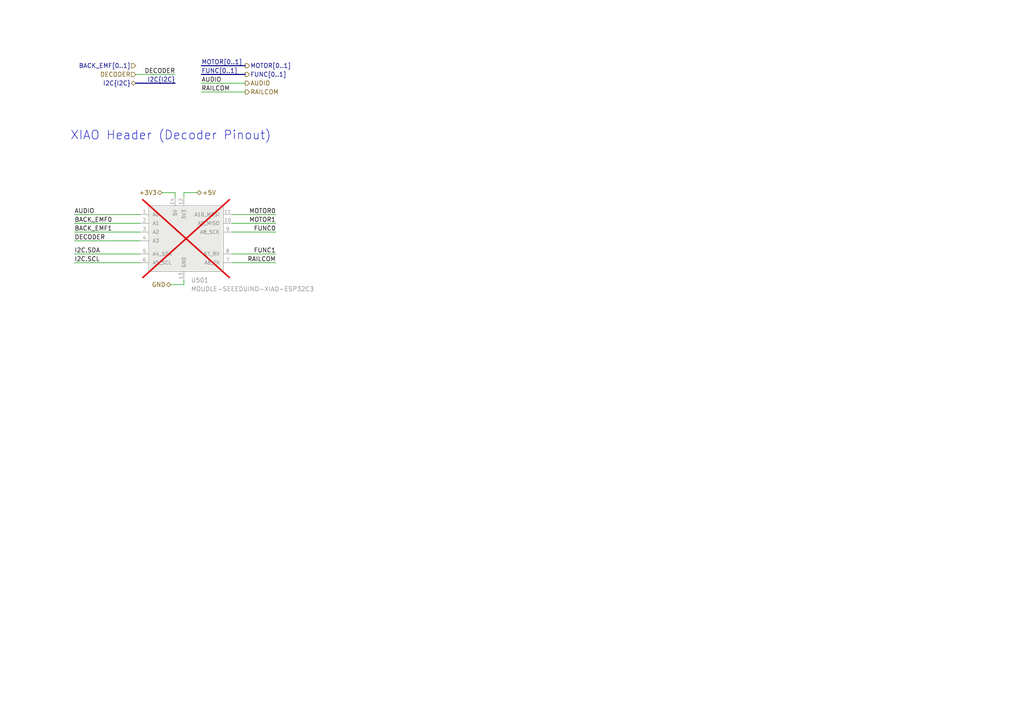
<source format=kicad_sch>
(kicad_sch (version 20231120) (generator "eeschema") (generator_version "8.0")
  (paper "A4")
  (title_block (title "xDuinoRail - LocDecoder - Development Kit") (date "2024-10-09") (rev "v0.2") (company "Chatelain Engineering, Bern - CH"))
  (lib_symbols
    (symbol "MOUDLE-SEEEDUINO-XIAO-ESP32C3:MOUDLE-SEEEDUINO-XIAO-ESP32C3" (pin_names (offset 1.016))
      (property "Reference" "U" (at -21.59 15.24 0))
      (property "Value" "MOUDLE-SEEEDUINO-XIAO-ESP32C3" (at -21.59 12.954 0))
      (symbol "MOUDLE-SEEEDUINO-XIAO-ESP32C3_0_1"
        (rectangle (start -1.27 -5.08) (end -1.27 -5.08))
      )
      (symbol "MOUDLE-SEEEDUINO-XIAO-ESP32C3_1_0"
        (pin bidirectional line (at -24.13 10.16 0) (length 2.54) (name "A0") (number "1"))
        (pin bidirectional line (at 2.54 7.62 180) (length 2.54) (name "A9_MISO") (number "10"))
        (pin bidirectional line (at 2.54 10.16 180) (length 2.54) (name "A10_MOSI") (number "11"))
        (pin power_in line (at -11.43 15.24 270) (length 2.54) (name "3V3") (number "12"))
        (pin power_in line (at -11.43 -8.89 90) (length 2.54) (name "GND") (number "13"))
        (pin power_in line (at -13.97 15.24 270) (length 2.54) (name "5V") (number "14"))
        (pin bidirectional line (at -24.13 7.62 0) (length 2.54) (name "A1") (number "2"))
        (pin bidirectional line (at -24.13 5.08 0) (length 2.54) (name "A2") (number "3"))
        (pin bidirectional line (at -24.13 2.54 0) (length 2.54) (name "A3") (number "4"))
        (pin bidirectional line (at -24.13 -1.27 0) (length 2.54) (name "A4_SDA") (number "5"))
        (pin bidirectional line (at -24.13 -3.81 0) (length 2.54) (name "A5_SCL") (number "6"))
        (pin bidirectional line (at 2.54 -3.81 180) (length 2.54) (name "A6_TX") (number "7"))
        (pin bidirectional line (at 2.54 -1.27 180) (length 2.54) (name "A7_RX") (number "8"))
        (pin bidirectional line (at 2.54 5.08 180) (length 2.54) (name "A8_SCK") (number "9"))
      )
      (symbol "MOUDLE-SEEEDUINO-XIAO-ESP32C3_1_1"
        (rectangle (start -21.59 12.7) (end 0 -6.35) (fill (type background)))
      )
    )
  )
  (bus_alias "I2C" (members "SDA" "SCL"))
  (wire (pts (xy 67.31 64.77) (xy 80.01 64.77)))
  (wire (pts (xy 39.37 21.59) (xy 50.8 21.59)))
  (wire (pts (xy 53.34 55.88) (xy 53.34 57.15)))
  (wire (pts (xy 67.31 73.66) (xy 80.01 73.66)))
  (wire (pts (xy 50.8 55.88) (xy 46.99 55.88)))
  (bus (pts (xy 58.42 21.59) (xy 71.12 21.59)))
  (wire (pts (xy 21.59 64.77) (xy 40.64 64.77)))
  (wire (pts (xy 71.12 24.13) (xy 58.42 24.13)))
  (wire (pts (xy 21.59 76.2) (xy 40.64 76.2)))
  (wire (pts (xy 53.34 55.88) (xy 57.15 55.88)))
  (wire (pts (xy 21.59 67.31) (xy 40.64 67.31)))
  (wire (pts (xy 40.64 69.85) (xy 21.59 69.85)))
  (wire (pts (xy 53.34 82.55) (xy 49.53 82.55)))
  (wire (pts (xy 50.8 55.88) (xy 50.8 57.15)))
  (wire (pts (xy 67.31 67.31) (xy 80.01 67.31)))
  (wire (pts (xy 67.31 62.23) (xy 80.01 62.23)))
  (wire (pts (xy 53.34 81.28) (xy 53.34 82.55)))
  (wire (pts (xy 71.12 26.67) (xy 58.42 26.67)))
  (bus (pts (xy 58.42 19.05) (xy 71.12 19.05)))
  (wire (pts (xy 80.01 76.2) (xy 67.31 76.2)))
  (wire (pts (xy 40.64 62.23) (xy 21.59 62.23)))
  (wire (pts (xy 21.59 73.66) (xy 40.64 73.66)))
  (bus (pts (xy 39.37 24.13) (xy 50.8 24.13)))
  (text "XIAO Header (Decoder Pinout)" (at 49.53 39.37 0) (effects (font (size 2.54 2.54))))
  (label "I2C.SDA" (at 21.59 73.66 0))
  (label "BACK_EMF1" (at 21.59 67.31 0))
  (label "RAILCOM" (at 58.42 26.67 0))
  (label "BACK_EMF0" (at 21.59 64.77 0))
  (label "DECODER" (at 21.59 69.85 0))
  (label "RAILCOM" (at 80.01 76.2 180))
  (label "FUNC0" (at 80.01 67.31 180))
  (label "I2C{I2C}" (at 50.8 24.13 180))
  (label "I2C.SCL" (at 21.59 76.2 0))
  (label "AUDIO" (at 21.59 62.23 0))
  (label "MOTOR1" (at 80.01 64.77 180))
  (label "FUNC[0..1]" (at 58.42 21.59 0))
  (label "DECODER" (at 50.8 21.59 180))
  (label "AUDIO" (at 58.42 24.13 0))
  (label "MOTOR0" (at 80.01 62.23 180))
  (label "MOTOR[0..1]" (at 58.42 19.05 0))
  (label "FUNC1" (at 80.01 73.66 180))
  (hierarchical_label "GND" (shape bidirectional) (at 49.53 82.55 180))
  (hierarchical_label "BACK_EMF[0..1]" (shape input) (at 39.37 19.05 180))
  (hierarchical_label "+3V3" (shape bidirectional) (at 46.99 55.88 180))
  (hierarchical_label "AUDIO" (shape output) (at 71.12 24.13 0))
  (hierarchical_label "RAILCOM" (shape output) (at 71.12 26.67 0))
  (hierarchical_label "I2C{I2C}" (shape bidirectional) (at 39.37 24.13 180))
  (hierarchical_label "MOTOR[0..1]" (shape output) (at 71.12 19.05 0))
  (hierarchical_label "+5V" (shape bidirectional) (at 57.15 55.88 0))
  (hierarchical_label "DECODER" (shape input) (at 39.37 21.59 180))
  (hierarchical_label "FUNC[0..1]" (shape output) (at 71.12 21.59 0))
  (symbol (lib_id "MOUDLE-SEEEDUINO-XIAO-ESP32C3:MOUDLE-SEEEDUINO-XIAO-ESP32C3") (at 64.77 72.39 0) (unit 1) (exclude_from_sim yes) (in_bom no) (dnp yes)
    (property "Reference" "U501" (at 55.3594 81.28 0) (effects (justify left)))
    (property "Value" "MOUDLE-SEEEDUINO-XIAO-ESP32C3" (at 55.3594 83.82 0) (effects (justify left)))
    (property "Footprint" "RF_Module:MCU_Seeed_ESP32C3" (effects (hide yes)))
    (instances (project "xDuinoRail-Backplane-Arduino-Light" (path "" (reference "U501") (unit 1))) (project "loco-mcu-xiao-test" (path "" (reference "U201") (unit 1))) (project "xDuinoRail-Turnout" (path "" (reference "U501") (unit 1))) (project "xDuinoRail-Loco-Light-Dev" (path "" (reference "U1601") (unit 1))))
  )
)
</source>
